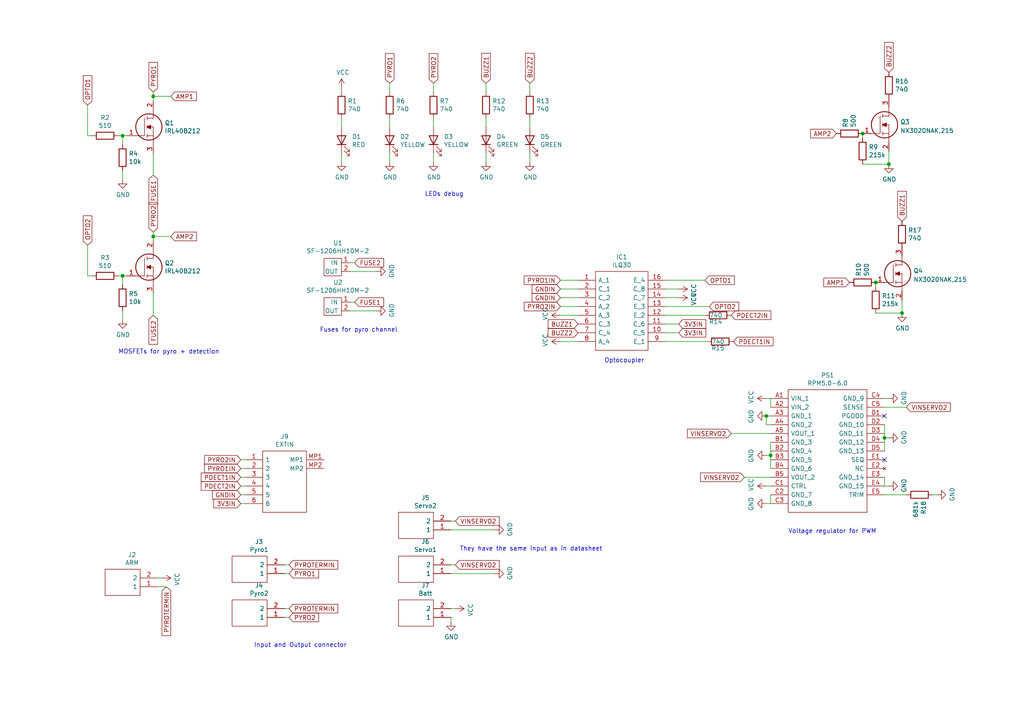
<source format=kicad_sch>
(kicad_sch (version 20211123) (generator eeschema)
  (paper "A4")
  (title_block (title "The Power Board") (date "2022-01-02") (rev "R06") (company "EPFL Rocket Team") (comment 1 "EPFL Rocket Team all rights reserved"))
  (lib_symbols
    (symbol "Device:LED" (pin_numbers hide) (pin_names (offset 1.016) hide)
      (property "Reference" "D" (at 0 2.54 0))
      (property "Value" "LED" (at 0 -2.54 0))
      (symbol "LED_0_1"
        (polyline (pts (xy -1.27 -1.27) (xy -1.27 1.27)) (stroke (width 0.254)))
        (polyline (pts (xy -1.27 0) (xy 1.27 0)))
        (polyline (pts (xy 1.27 -1.27) (xy 1.27 1.27) (xy -1.27 0) (xy 1.27 -1.27)) (stroke (width 0.254)))
        (polyline (pts (xy -3.048 -0.762) (xy -4.572 -2.286) (xy -3.81 -2.286) (xy -4.572 -2.286) (xy -4.572 -1.524)))
        (polyline (pts (xy -1.778 -0.762) (xy -3.302 -2.286) (xy -2.54 -2.286) (xy -3.302 -2.286) (xy -3.302 -1.524)))
      )
      (symbol "LED_1_1"
        (pin passive line (at -3.81 0 0) (length 2.54) (name "K") (number "1"))
        (pin passive line (at 3.81 0 180) (length 2.54) (name "A") (number "2"))
      )
    )
    (symbol "Device:R" (pin_numbers hide) (pin_names (offset 0))
      (property "Reference" "R" (at 2.032 0 90))
      (property "Value" "R" (at 0 0 90))
      (symbol "R_0_1"
        (rectangle (start -1.016 -2.54) (end 1.016 2.54) (stroke (width 0.254)))
      )
      (symbol "R_1_1"
        (pin passive line (at 0 3.81 270) (length 1.27) (name "~") (number "1"))
        (pin passive line (at 0 -3.81 90) (length 1.27) (name "~") (number "2"))
      )
    )
    (symbol "EXTENSION:505567-0671" (pin_names (offset 0.762))
      (property "Reference" "J" (at 19.05 7.62 0))
      (property "Value" "505567-0671" (at 19.05 5.08 0))
      (symbol "505567-0671_0_0"
        (pin passive line (at 0 0 0) (length 5.08) (name "1") (number "1"))
        (pin passive line (at 0 -2.54 0) (length 5.08) (name "2") (number "2"))
        (pin passive line (at 0 -5.08 0) (length 5.08) (name "3") (number "3"))
        (pin passive line (at 0 -7.62 0) (length 5.08) (name "4") (number "4"))
        (pin passive line (at 0 -10.16 0) (length 5.08) (name "5") (number "5"))
        (pin passive line (at 0 -12.7 0) (length 5.08) (name "6") (number "6"))
        (pin passive line (at 22.86 0 180) (length 5.08) (name "MP1") (number "MP1"))
        (pin passive line (at 22.86 -2.54 180) (length 5.08) (name "MP2") (number "MP2"))
      )
      (symbol "505567-0671_0_1"
        (polyline (pts (xy 5.08 2.54) (xy 17.78 2.54) (xy 17.78 -15.24) (xy 5.08 -15.24) (xy 5.08 2.54)) (stroke (width 0.1524)))
      )
    )
    (symbol "KRTEK_V2:282834-2" (pin_names (offset 0.762))
      (property "Reference" "J" (at 16.51 7.62 0))
      (property "Value" "282834-2" (at 16.51 5.08 0))
      (symbol "282834-2_0_0"
        (pin passive line (at 0 0 0) (length 5.08) (name "1") (number "1"))
        (pin passive line (at 0 -2.54 0) (length 5.08) (name "2") (number "2"))
      )
      (symbol "282834-2_0_1"
        (polyline (pts (xy 5.08 2.54) (xy 15.24 2.54) (xy 15.24 -5.08) (xy 5.08 -5.08) (xy 5.08 2.54)) (stroke (width 0.1524)))
      )
    )
    (symbol "KRTEK_V2:ILQ30" (pin_names (offset 0.762))
      (property "Reference" "IC" (at 21.59 7.62 0))
      (property "Value" "ILQ30" (at 21.59 5.08 0))
      (symbol "ILQ30_0_0"
        (pin passive line (at 0 0 0) (length 5.08) (name "A_1") (number "1"))
        (pin passive line (at 25.4 -15.24 180) (length 5.08) (name "C_5") (number "10"))
        (pin passive line (at 25.4 -12.7 180) (length 5.08) (name "C_6") (number "11"))
        (pin passive line (at 25.4 -10.16 180) (length 5.08) (name "E_2") (number "12"))
        (pin passive line (at 25.4 -7.62 180) (length 5.08) (name "E_3") (number "13"))
        (pin passive line (at 25.4 -5.08 180) (length 5.08) (name "C_7") (number "14"))
        (pin passive line (at 25.4 -2.54 180) (length 5.08) (name "C_8") (number "15"))
        (pin passive line (at 25.4 0 180) (length 5.08) (name "E_4") (number "16"))
        (pin passive line (at 0 -2.54 0) (length 5.08) (name "C_1") (number "2"))
        (pin passive line (at 0 -5.08 0) (length 5.08) (name "C_2") (number "3"))
        (pin passive line (at 0 -7.62 0) (length 5.08) (name "A_2") (number "4"))
        (pin passive line (at 0 -10.16 0) (length 5.08) (name "A_3") (number "5"))
        (pin passive line (at 0 -12.7 0) (length 5.08) (name "C_3") (number "6"))
        (pin passive line (at 0 -15.24 0) (length 5.08) (name "C_4") (number "7"))
        (pin passive line (at 0 -17.78 0) (length 5.08) (name "A_4") (number "8"))
        (pin passive line (at 25.4 -17.78 180) (length 5.08) (name "E_1") (number "9"))
      )
      (symbol "ILQ30_0_1"
        (polyline (pts (xy 5.08 2.54) (xy 20.32 2.54) (xy 20.32 -20.32) (xy 5.08 -20.32) (xy 5.08 2.54)) (stroke (width 0.1524)))
      )
    )
    (symbol "KRTEK_V2:IRL40B212" (pin_names (offset 0.762))
      (property "Reference" "Q" (at 11.43 3.81 0))
      (property "Value" "IRL40B212" (at 11.43 1.27 0))
      (symbol "IRL40B212_0_0"
        (pin passive line (at 0 0 0) (length 2.54) (name "~") (number "1"))
        (pin passive line (at 7.62 10.16 270) (length 2.54) (name "~") (number "2"))
        (pin passive line (at 7.62 -5.08 90) (length 2.54) (name "~") (number "3"))
      )
      (symbol "IRL40B212_0_1"
        (polyline (pts (xy 5.842 -0.508) (xy 5.842 0.508)) (stroke (width 0.1524)))
        (polyline (pts (xy 5.842 0) (xy 7.62 0)) (stroke (width 0.1524)))
        (polyline (pts (xy 5.842 2.032) (xy 5.842 3.048)) (stroke (width 0.1524)))
        (polyline (pts (xy 5.842 5.588) (xy 5.842 4.572)) (stroke (width 0.1524)))
        (polyline (pts (xy 7.62 2.54) (xy 5.842 2.54)) (stroke (width 0.1524)))
        (polyline (pts (xy 7.62 2.54) (xy 7.62 -2.54)) (stroke (width 0.1524)))
        (polyline (pts (xy 7.62 5.08) (xy 5.842 5.08)) (stroke (width 0.1524)))
        (polyline (pts (xy 7.62 5.08) (xy 7.62 7.62)) (stroke (width 0.1524)))
        (polyline (pts (xy 2.54 0) (xy 5.08 0) (xy 5.08 5.08)) (stroke (width 0.1524)))
        (polyline (pts (xy 5.842 2.54) (xy 6.858 3.048) (xy 6.858 2.032) (xy 5.842 2.54)) (stroke (width 0.254)) (fill (type outline)))
        (circle (center 6.35 2.54) (radius 3.81) (stroke (width 0.254)))
      )
    )
    (symbol "KRTEK_V2:RPM5.0-6.0" (pin_names (offset 0.762))
      (property "Reference" "PS" (at 29.21 7.62 0))
      (property "Value" "RPM5.0-6.0" (at 29.21 5.08 0))
      (symbol "RPM5.0-6.0_0_0"
        (pin passive line (at 0 0 0) (length 5.08) (name "VIN_1") (number "A1"))
        (pin passive line (at 0 -2.54 0) (length 5.08) (name "VIN_2") (number "A2"))
        (pin passive line (at 0 -5.08 0) (length 5.08) (name "GND_1") (number "A3"))
        (pin passive line (at 0 -7.62 0) (length 5.08) (name "GND_2") (number "A4"))
        (pin passive line (at 0 -10.16 0) (length 5.08) (name "VOUT_1") (number "A5"))
        (pin passive line (at 0 -12.7 0) (length 5.08) (name "GND_3") (number "B1"))
        (pin passive line (at 0 -15.24 0) (length 5.08) (name "GND_4") (number "B2"))
        (pin passive line (at 0 -17.78 0) (length 5.08) (name "GND_5") (number "B3"))
        (pin passive line (at 0 -20.32 0) (length 5.08) (name "GND_6") (number "B4"))
        (pin passive line (at 0 -22.86 0) (length 5.08) (name "VOUT_2") (number "B5"))
        (pin passive line (at 0 -25.4 0) (length 5.08) (name "CTRL") (number "C1"))
        (pin passive line (at 0 -27.94 0) (length 5.08) (name "GND_7") (number "C2"))
        (pin passive line (at 0 -30.48 0) (length 5.08) (name "GND_8") (number "C3"))
        (pin passive line (at 33.02 0 180) (length 5.08) (name "GND_9") (number "C4"))
        (pin passive line (at 33.02 -2.54 180) (length 5.08) (name "SENSE") (number "C5"))
        (pin passive line (at 33.02 -5.08 180) (length 5.08) (name "PGOOD") (number "D1"))
        (pin passive line (at 33.02 -7.62 180) (length 5.08) (name "GND_10") (number "D2"))
        (pin passive line (at 33.02 -10.16 180) (length 5.08) (name "GND_11") (number "D3"))
        (pin passive line (at 33.02 -12.7 180) (length 5.08) (name "GND_12") (number "D4"))
        (pin passive line (at 33.02 -15.24 180) (length 5.08) (name "GND_13") (number "D5"))
        (pin passive line (at 33.02 -17.78 180) (length 5.08) (name "SEQ") (number "E1"))
        (pin no_connect line (at 33.02 -20.32 180) (length 5.08) (name "NC") (number "E2"))
        (pin passive line (at 33.02 -22.86 180) (length 5.08) (name "GND_14") (number "E3"))
        (pin passive line (at 33.02 -25.4 180) (length 5.08) (name "GND_15") (number "E4"))
        (pin passive line (at 33.02 -27.94 180) (length 5.08) (name "TRIM") (number "E5"))
      )
      (symbol "RPM5.0-6.0_0_1"
        (polyline (pts (xy 5.08 2.54) (xy 27.94 2.54) (xy 27.94 -33.02) (xy 5.08 -33.02) (xy 5.08 2.54)) (stroke (width 0.1524)))
      )
    )
    (symbol "PLP2:NX3020NAK,215" (pin_names (offset 0.762))
      (property "Reference" "Q" (at 11.43 3.81 0))
      (property "Value" "NX3020NAK,215" (at 11.43 1.27 0))
      (symbol "NX3020NAK,215_0_0"
        (pin passive line (at 0 0 0) (length 2.54) (name "~") (number "1"))
        (pin passive line (at 7.62 -5.08 90) (length 2.54) (name "~") (number "2"))
        (pin passive line (at 7.62 10.16 270) (length 2.54) (name "~") (number "3"))
      )
      (symbol "NX3020NAK,215_0_1"
        (polyline (pts (xy 5.842 -0.508) (xy 5.842 0.508)) (stroke (width 0.1524)))
        (polyline (pts (xy 5.842 0) (xy 7.62 0)) (stroke (width 0.1524)))
        (polyline (pts (xy 5.842 2.032) (xy 5.842 3.048)) (stroke (width 0.1524)))
        (polyline (pts (xy 5.842 5.588) (xy 5.842 4.572)) (stroke (width 0.1524)))
        (polyline (pts (xy 7.62 2.54) (xy 5.842 2.54)) (stroke (width 0.1524)))
        (polyline (pts (xy 7.62 2.54) (xy 7.62 -2.54)) (stroke (width 0.1524)))
        (polyline (pts (xy 7.62 5.08) (xy 5.842 5.08)) (stroke (width 0.1524)))
        (polyline (pts (xy 7.62 5.08) (xy 7.62 7.62)) (stroke (width 0.1524)))
        (polyline (pts (xy 2.54 0) (xy 5.08 0) (xy 5.08 5.08)) (stroke (width 0.1524)))
        (polyline (pts (xy 5.842 2.54) (xy 6.858 3.048) (xy 6.858 2.032) (xy 5.842 2.54)) (stroke (width 0.254)) (fill (type outline)))
        (circle (center 6.35 2.54) (radius 3.81) (stroke (width 0.254)))
      )
    )
    (symbol "POWER_BOARD-rescue:SF-1206HH10M-2-KRTEK_V2" (pin_names (offset 1.016))
      (property "Reference" "U" (at -1.27 3.81 0))
      (property "Value" "SF-1206HH10M-2-KRTEK_V2" (at 1.27 -3.81 0))
      (symbol "SF-1206HH10M-2-KRTEK_V2_0_1"
        (rectangle (start 2.54 -2.54) (end -2.54 2.54))
      )
      (symbol "SF-1206HH10M-2-KRTEK_V2_1_1"
        (pin input line (at 5.08 1.27 180) (length 2.54) (name "IN") (number "1"))
        (pin output line (at 5.08 -1.27 180) (length 2.54) (name "OUT") (number "2"))
      )
    )
    (symbol "power:GND" (power) (pin_names (offset 0))
      (property "Value" "GND" (at 0 -3.81 0))
      (symbol "GND_0_1"
        (polyline (pts (xy 0 0) (xy 0 -1.27) (xy 1.27 -1.27) (xy 0 -2.54) (xy -1.27 -1.27) (xy 0 -1.27)))
      )
      (symbol "GND_1_1"
        (pin power_in line (at 0 0 270) (length 0) hide (name "GND") (number "1"))
      )
    )
    (symbol "power:VCC" (power) (pin_names (offset 0))
      (property "Value" "VCC" (at 0 3.81 0))
      (symbol "VCC_0_1"
        (polyline (pts (xy -0.762 1.27) (xy 0 2.54)))
        (polyline (pts (xy 0 0) (xy 0 2.54)))
        (polyline (pts (xy 0 2.54) (xy 0.762 1.27)))
      )
      (symbol "VCC_1_1"
        (pin power_in line (at 0 0 90) (length 0) hide (name "VCC") (number "1"))
      )
    )
  )
  (junction (at 257.81 47.625))
  (junction (at 222.25 120.65))
  (junction (at 223.52 132.08))
  (junction (at 35.56 39.37))
  (junction (at 44.45 68.58))
  (junction (at 254 81.915))
  (junction (at 35.56 80.01))
  (junction (at 256.54 127))
  (junction (at 261.62 90.805))
  (junction (at 250.19 38.735))
  (junction (at 44.45 27.94))
  (no_connect (at 256.54 133.35))
  (no_connect (at 256.54 120.65))
  (wire (pts (xy 162.56 83.82) (xy 167.64 83.82)))
  (wire (pts (xy 44.45 67.31) (xy 44.45 68.58)))
  (wire (pts (xy 69.85 140.97) (xy 71.12 140.97)))
  (wire (pts (xy 140.97 44.45) (xy 140.97 46.99)))
  (wire (pts (xy 254 81.915) (xy 254 83.185)))
  (wire (pts (xy 223.52 140.97) (xy 222.25 140.97)))
  (wire (pts (xy 35.56 80.01) (xy 36.83 80.01)))
  (wire (pts (xy 44.45 27.94) (xy 44.45 29.21)))
  (wire (pts (xy 205.74 88.9) (xy 193.04 88.9)))
  (wire (pts (xy 153.67 34.29) (xy 153.67 36.83)))
  (wire (pts (xy 250.19 38.735) (xy 250.19 40.005)))
  (wire (pts (xy 254 90.805) (xy 261.62 90.805)))
  (wire (pts (xy 125.73 44.45) (xy 125.73 46.99)))
  (wire (pts (xy 130.81 166.37) (xy 143.51 166.37)))
  (wire (pts (xy 45.72 167.64) (xy 46.99 167.64)))
  (wire (pts (xy 223.52 132.08) (xy 222.25 132.08)))
  (wire (pts (xy 113.03 44.45) (xy 113.03 46.99)))
  (wire (pts (xy 49.53 27.94) (xy 44.45 27.94)))
  (wire (pts (xy 153.67 44.45) (xy 153.67 46.99)))
  (wire (pts (xy 153.67 24.13) (xy 153.67 26.67)))
  (wire (pts (xy 99.06 44.45) (xy 99.06 46.99)))
  (wire (pts (xy 125.73 34.29) (xy 125.73 36.83)))
  (wire (pts (xy 49.53 68.58) (xy 44.45 68.58)))
  (wire (pts (xy 109.22 78.74) (xy 101.6 78.74)))
  (wire (pts (xy 83.82 163.83) (xy 82.55 163.83)))
  (wire (pts (xy 162.56 91.44) (xy 167.64 91.44)))
  (wire (pts (xy 83.82 179.07) (xy 82.55 179.07)))
  (wire (pts (xy 257.81 140.97) (xy 256.54 140.97)))
  (wire (pts (xy 69.85 135.89) (xy 71.12 135.89)))
  (wire (pts (xy 48.26 170.18) (xy 45.72 170.18)))
  (wire (pts (xy 125.73 24.13) (xy 125.73 26.67)))
  (wire (pts (xy 25.4 39.37) (xy 26.67 39.37)))
  (wire (pts (xy 99.06 34.29) (xy 99.06 36.83)))
  (wire (pts (xy 222.25 123.19) (xy 222.25 120.65)))
  (wire (pts (xy 44.45 26.67) (xy 44.45 27.94)))
  (wire (pts (xy 222.25 115.57) (xy 223.52 115.57)))
  (wire (pts (xy 270.51 143.51) (xy 271.78 143.51)))
  (wire (pts (xy 223.52 123.19) (xy 222.25 123.19)))
  (wire (pts (xy 193.04 99.06) (xy 205.105 99.06)))
  (wire (pts (xy 223.52 120.65) (xy 222.25 120.65)))
  (wire (pts (xy 109.22 90.17) (xy 101.6 90.17)))
  (wire (pts (xy 257.81 115.57) (xy 256.54 115.57)))
  (wire (pts (xy 140.97 34.29) (xy 140.97 36.83)))
  (wire (pts (xy 102.87 76.2) (xy 101.6 76.2)))
  (wire (pts (xy 162.56 86.36) (xy 167.64 86.36)))
  (wire (pts (xy 162.56 99.06) (xy 167.64 99.06)))
  (wire (pts (xy 250.19 47.625) (xy 257.81 47.625)))
  (wire (pts (xy 193.04 91.44) (xy 204.47 91.44)))
  (wire (pts (xy 162.56 81.28) (xy 167.64 81.28)))
  (wire (pts (xy 262.89 118.11) (xy 256.54 118.11)))
  (wire (pts (xy 215.9 138.43) (xy 223.52 138.43)))
  (wire (pts (xy 257.81 43.815) (xy 257.81 47.625)))
  (wire (pts (xy 196.85 96.52) (xy 193.04 96.52)))
  (wire (pts (xy 35.56 92.71) (xy 35.56 90.17)))
  (wire (pts (xy 223.52 146.05) (xy 223.52 143.51)))
  (wire (pts (xy 83.82 166.37) (xy 82.55 166.37)))
  (wire (pts (xy 25.4 80.01) (xy 26.67 80.01)))
  (wire (pts (xy 34.29 80.01) (xy 35.56 80.01)))
  (wire (pts (xy 113.03 34.29) (xy 113.03 36.83)))
  (wire (pts (xy 69.85 133.35) (xy 71.12 133.35)))
  (wire (pts (xy 212.09 125.73) (xy 223.52 125.73)))
  (wire (pts (xy 256.54 127) (xy 257.81 127)))
  (wire (pts (xy 193.04 83.82) (xy 196.85 83.82)))
  (wire (pts (xy 140.97 24.13) (xy 140.97 26.67)))
  (wire (pts (xy 193.04 86.36) (xy 196.85 86.36)))
  (wire (pts (xy 44.45 85.09) (xy 44.45 91.44)))
  (wire (pts (xy 130.81 151.13) (xy 132.08 151.13)))
  (wire (pts (xy 35.56 49.53) (xy 35.56 52.07)))
  (wire (pts (xy 256.54 140.97) (xy 256.54 138.43)))
  (wire (pts (xy 99.06 25.4) (xy 99.06 26.67)))
  (wire (pts (xy 25.4 71.12) (xy 25.4 80.01)))
  (wire (pts (xy 113.03 24.13) (xy 113.03 26.67)))
  (wire (pts (xy 35.56 82.55) (xy 35.56 80.01)))
  (wire (pts (xy 44.45 44.45) (xy 44.45 50.8)))
  (wire (pts (xy 162.56 88.9) (xy 167.64 88.9)))
  (wire (pts (xy 222.25 146.05) (xy 223.52 146.05)))
  (wire (pts (xy 44.45 68.58) (xy 44.45 69.85)))
  (wire (pts (xy 130.81 163.83) (xy 132.08 163.83)))
  (wire (pts (xy 204.47 81.28) (xy 193.04 81.28)))
  (wire (pts (xy 130.81 153.67) (xy 143.51 153.67)))
  (wire (pts (xy 256.54 143.51) (xy 262.89 143.51)))
  (wire (pts (xy 223.52 132.08) (xy 223.52 135.89)))
  (wire (pts (xy 261.62 86.995) (xy 261.62 90.805)))
  (wire (pts (xy 102.87 87.63) (xy 101.6 87.63)))
  (wire (pts (xy 130.81 179.07) (xy 130.81 180.34)))
  (wire (pts (xy 256.54 127) (xy 256.54 130.81)))
  (wire (pts (xy 34.29 39.37) (xy 35.56 39.37)))
  (wire (pts (xy 132.08 176.53) (xy 130.81 176.53)))
  (wire (pts (xy 69.85 138.43) (xy 71.12 138.43)))
  (wire (pts (xy 223.52 118.11) (xy 223.52 115.57)))
  (wire (pts (xy 69.85 146.05) (xy 71.12 146.05)))
  (wire (pts (xy 35.56 41.91) (xy 35.56 39.37)))
  (wire (pts (xy 83.82 176.53) (xy 82.55 176.53)))
  (wire (pts (xy 256.54 123.19) (xy 256.54 127)))
  (wire (pts (xy 35.56 39.37) (xy 36.83 39.37)))
  (wire (pts (xy 223.52 128.27) (xy 223.52 132.08)))
  (wire (pts (xy 25.4 30.48) (xy 25.4 39.37)))
  (wire (pts (xy 196.85 93.98) (xy 193.04 93.98)))
  (wire (pts (xy 69.85 143.51) (xy 71.12 143.51)))
  (text "MOSFETs for pyro + detection" (at 34.29 102.87 0) (effects (font (size 1.27 1.27)) (justify left bottom)))
  (text "Input and Output connector" (at 73.66 187.96 0) (effects (font (size 1.27 1.27)) (justify left bottom)))
  (text "LEDs debug" (at 123.19 57.15 0) (effects (font (size 1.27 1.27)) (justify left bottom)))
  (text "Fuses for pyro channel" (at 92.71 96.52 0) (effects (font (size 1.27 1.27)) (justify left bottom)))
  (text "Optocoupler" (at 175.26 105.41 0) (effects (font (size 1.27 1.27)) (justify left bottom)))
  (text "Voltage regulator for PWM" (at 228.6 154.94 0) (effects (font (size 1.27 1.27)) (justify left bottom)))
  (text "They have the same input as in datasheet\n" (at 133.35 160.02 0) (effects (font (size 1.27 1.27)) (justify left bottom)))
  (global_label "VINSERVO2" (shape input) (at 132.08 151.13 0) (property "Intersheet References" "${INTERSHEET_REFS}" (effects hide)))
  (global_label "PYRO1IN" (shape input) (at 162.56 81.28 180) (property "Intersheet References" "${INTERSHEET_REFS}" (effects hide)))
  (global_label "PDECT2IN" (shape input) (at 212.09 91.44 0) (property "Intersheet References" "${INTERSHEET_REFS}" (effects hide)))
  (global_label "AMP1" (shape input) (at 246.38 81.915 180) (property "Intersheet References" "${INTERSHEET_REFS}" (effects hide)))
  (global_label "PYROTERMIN" (shape input) (at 48.26 170.18 270) (property "Intersheet References" "${INTERSHEET_REFS}" (effects hide)))
  (global_label "GNDIN" (shape input) (at 162.56 83.82 180) (property "Intersheet References" "${INTERSHEET_REFS}" (effects hide)))
  (global_label "AMP2" (shape input) (at 49.53 68.58 0) (property "Intersheet References" "${INTERSHEET_REFS}" (effects hide)))
  (global_label "PYROTERMIN" (shape input) (at 83.82 176.53 0) (property "Intersheet References" "${INTERSHEET_REFS}" (effects hide)))
  (global_label "FUSE1" (shape input) (at 102.87 87.63 0) (property "Intersheet References" "${INTERSHEET_REFS}" (effects hide)))
  (global_label "FUSE2" (shape input) (at 102.87 76.2 0) (property "Intersheet References" "${INTERSHEET_REFS}" (effects hide)))
  (global_label "PYROTERMIN" (shape input) (at 83.82 163.83 0) (property "Intersheet References" "${INTERSHEET_REFS}" (effects hide)))
  (global_label "OPTO2" (shape input) (at 205.74 88.9 0) (property "Intersheet References" "${INTERSHEET_REFS}" (effects hide)))
  (global_label "3V3IN" (shape input) (at 69.85 146.05 180) (property "Intersheet References" "${INTERSHEET_REFS}" (effects hide)))
  (global_label "PYRO1IN" (shape input) (at 69.85 135.89 180) (property "Intersheet References" "${INTERSHEET_REFS}" (effects hide)))
  (global_label "PYRO1" (shape input) (at 113.03 24.13 90) (property "Intersheet References" "${INTERSHEET_REFS}" (effects hide)))
  (global_label "BUZZ1" (shape input) (at 261.62 64.135 90) (property "Intersheet References" "${INTERSHEET_REFS}" (effects hide)))
  (global_label "PYRO2" (shape input) (at 44.45 67.31 90) (property "Intersheet References" "${INTERSHEET_REFS}" (effects hide)))
  (global_label "PYRO1" (shape input) (at 44.45 26.67 90) (property "Intersheet References" "${INTERSHEET_REFS}" (effects hide)))
  (global_label "VINSERVO2" (shape input) (at 212.09 125.73 180) (property "Intersheet References" "${INTERSHEET_REFS}" (effects hide)))
  (global_label "PDECT2IN" (shape input) (at 69.85 140.97 180) (property "Intersheet References" "${INTERSHEET_REFS}" (effects hide)))
  (global_label "BUZZ2" (shape input) (at 257.81 20.955 90) (property "Intersheet References" "${INTERSHEET_REFS}" (effects hide)))
  (global_label "VINSERVO2" (shape input) (at 262.89 118.11 0) (property "Intersheet References" "${INTERSHEET_REFS}" (effects hide)))
  (global_label "PYRO2" (shape input) (at 125.73 24.13 90) (property "Intersheet References" "${INTERSHEET_REFS}" (effects hide)))
  (global_label "PYRO2" (shape input) (at 83.82 179.07 0) (property "Intersheet References" "${INTERSHEET_REFS}" (effects hide)))
  (global_label "3V3IN" (shape input) (at 196.85 93.98 0) (property "Intersheet References" "${INTERSHEET_REFS}" (effects hide)))
  (global_label "PYRO2IN" (shape input) (at 162.56 88.9 180) (property "Intersheet References" "${INTERSHEET_REFS}" (effects hide)))
  (global_label "OPTO1" (shape input) (at 204.47 81.28 0) (property "Intersheet References" "${INTERSHEET_REFS}" (effects hide)))
  (global_label "VINSERVO2" (shape input) (at 132.08 163.83 0) (property "Intersheet References" "${INTERSHEET_REFS}" (effects hide)))
  (global_label "OPTO2" (shape input) (at 25.4 71.12 90) (property "Intersheet References" "${INTERSHEET_REFS}" (effects hide)))
  (global_label "PYRO1" (shape input) (at 83.82 166.37 0) (property "Intersheet References" "${INTERSHEET_REFS}" (effects hide)))
  (global_label "PYRO2IN" (shape input) (at 69.85 133.35 180) (property "Intersheet References" "${INTERSHEET_REFS}" (effects hide)))
  (global_label "3V3IN" (shape input) (at 196.85 96.52 0) (property "Intersheet References" "${INTERSHEET_REFS}" (effects hide)))
  (global_label "BUZZ2" (shape input) (at 153.67 24.13 90) (property "Intersheet References" "${INTERSHEET_REFS}" (effects hide)))
  (global_label "FUSE1" (shape input) (at 44.45 50.8 270) (property "Intersheet References" "${INTERSHEET_REFS}" (effects hide)))
  (global_label "BUZZ1" (shape input) (at 167.64 93.98 180) (property "Intersheet References" "${INTERSHEET_REFS}" (effects hide)))
  (global_label "GNDIN" (shape input) (at 162.56 86.36 180) (property "Intersheet References" "${INTERSHEET_REFS}" (effects hide)))
  (global_label "PDECT1IN" (shape input) (at 212.725 99.06 0) (property "Intersheet References" "${INTERSHEET_REFS}" (effects hide)))
  (global_label "GNDIN" (shape input) (at 69.85 143.51 180) (property "Intersheet References" "${INTERSHEET_REFS}" (effects hide)))
  (global_label "OPTO1" (shape input) (at 25.4 30.48 90) (property "Intersheet References" "${INTERSHEET_REFS}" (effects hide)))
  (global_label "AMP2" (shape input) (at 242.57 38.735 180) (property "Intersheet References" "${INTERSHEET_REFS}" (effects hide)))
  (global_label "BUZZ2" (shape input) (at 167.64 96.52 180) (property "Intersheet References" "${INTERSHEET_REFS}" (effects hide)))
  (global_label "FUSE2" (shape input) (at 44.45 91.44 270) (property "Intersheet References" "${INTERSHEET_REFS}" (effects hide)))
  (global_label "VINSERVO2" (shape input) (at 215.9 138.43 180) (property "Intersheet References" "${INTERSHEET_REFS}" (effects hide)))
  (global_label "AMP1" (shape input) (at 49.53 27.94 0) (property "Intersheet References" "${INTERSHEET_REFS}" (effects hide)))
  (global_label "BUZZ1" (shape input) (at 140.97 24.13 90) (property "Intersheet References" "${INTERSHEET_REFS}" (effects hide)))
  (global_label "PDECT1IN" (shape input) (at 69.85 138.43 180) (property "Intersheet References" "${INTERSHEET_REFS}" (effects hide)))
  (symbol (lib_id "Device:R") (at 30.48 39.37 270) (unit 1)
    (property "Reference" "R2" (at 30.48 34.1122 90))
    (property "Value" "510" (at 30.48 36.4236 90))
    (property "Footprint" "Resistor_SMD:R_0603_1608Metric" (effects hide))
  )
  (symbol (lib_id "Device:R") (at 35.56 45.72 180) (unit 1)
    (property "Reference" "R4" (at 37.338 44.5516 0) (effects (justify right)))
    (property "Value" "10k" (at 37.338 46.863 0) (effects (justify right)))
    (property "Footprint" "Resistor_SMD:R_0603_1608Metric" (effects hide))
  )
  (symbol (lib_id "Device:R") (at 99.06 30.48 180) (unit 1)
    (property "Reference" "R1" (at 100.838 29.3116 0) (effects (justify right)))
    (property "Value" "740" (at 100.838 31.623 0) (effects (justify right)))
    (property "Footprint" "Resistor_SMD:R_0603_1608Metric" (effects hide))
  )
  (symbol (lib_id "Device:R") (at 113.03 30.48 180) (unit 1)
    (property "Reference" "R6" (at 114.808 29.3116 0) (effects (justify right)))
    (property "Value" "740" (at 114.808 31.623 0) (effects (justify right)))
    (property "Footprint" "Resistor_SMD:R_0603_1608Metric" (effects hide))
  )
  (symbol (lib_id "Device:R") (at 140.97 30.48 180) (unit 1)
    (property "Reference" "R12" (at 142.748 29.3116 0) (effects (justify right)))
    (property "Value" "740" (at 142.748 31.623 0) (effects (justify right)))
    (property "Footprint" "Resistor_SMD:R_0603_1608Metric" (effects hide))
  )
  (symbol (lib_id "Device:LED") (at 99.06 40.64 90) (unit 1)
    (property "Reference" "D1" (at 102.0572 39.6494 90) (effects (justify right)))
    (property "Value" "RED" (at 102.0572 41.9608 90) (effects (justify right)))
    (property "Footprint" "KRTEK_V2:LED_2-SMD_No_Lead_1.7x0.8mm" (effects hide))
  )
  (symbol (lib_id "power:VCC") (at 99.06 25.4 0) (unit 1)
    (property "Reference" "#PWR02" (effects hide))
    (property "Value" "VCC" (at 99.441 21.0058 0))
  )
  (symbol (lib_id "power:GND") (at 99.06 46.99 0) (unit 1)
    (property "Reference" "#PWR03" (effects hide))
    (property "Value" "GND" (at 99.187 51.3842 0))
  )
  (symbol (lib_id "Device:LED") (at 113.03 40.64 90) (unit 1)
    (property "Reference" "D2" (at 116.0272 39.6494 90) (effects (justify right)))
    (property "Value" "YELLOW" (at 116.0272 41.9608 90) (effects (justify right)))
    (property "Footprint" "KRTEK_V2:LED_2-SMD_No_Lead_1.7x0.8mm" (effects hide))
  )
  (symbol (lib_id "power:GND") (at 113.03 46.99 0) (unit 1)
    (property "Reference" "#PWR06" (effects hide))
    (property "Value" "GND" (at 113.157 51.3842 0))
  )
  (symbol (lib_id "Device:R") (at 125.73 30.48 180) (unit 1)
    (property "Reference" "R7" (at 127.508 29.3116 0) (effects (justify right)))
    (property "Value" "740" (at 127.508 31.623 0) (effects (justify right)))
    (property "Footprint" "Resistor_SMD:R_0603_1608Metric" (effects hide))
  )
  (symbol (lib_id "Device:LED") (at 125.73 40.64 90) (unit 1)
    (property "Reference" "D3" (at 128.7272 39.6494 90) (effects (justify right)))
    (property "Value" "YELLOW" (at 128.7272 41.9608 90) (effects (justify right)))
    (property "Footprint" "KRTEK_V2:LED_2-SMD_No_Lead_1.7x0.8mm" (effects hide))
  )
  (symbol (lib_id "power:GND") (at 125.73 46.99 0) (unit 1)
    (property "Reference" "#PWR07" (effects hide))
    (property "Value" "GND" (at 125.857 51.3842 0))
  )
  (symbol (lib_id "Device:LED") (at 140.97 40.64 90) (unit 1)
    (property "Reference" "D4" (at 143.9672 39.6494 90) (effects (justify right)))
    (property "Value" "GREEN" (at 143.9672 41.9608 90) (effects (justify right)))
    (property "Footprint" "KRTEK_V2:LED_2-SMD_No_Lead_1.7x0.8mm" (effects hide))
  )
  (symbol (lib_id "power:GND") (at 140.97 46.99 0) (unit 1)
    (property "Reference" "#PWR010" (effects hide))
    (property "Value" "GND" (at 141.097 51.3842 0))
  )
  (symbol (lib_id "Device:R") (at 153.67 30.48 180) (unit 1)
    (property "Reference" "R13" (at 155.448 29.3116 0) (effects (justify right)))
    (property "Value" "740" (at 155.448 31.623 0) (effects (justify right)))
    (property "Footprint" "Resistor_SMD:R_0603_1608Metric" (effects hide))
  )
  (symbol (lib_id "Device:LED") (at 153.67 40.64 90) (unit 1)
    (property "Reference" "D5" (at 156.6672 39.6494 90) (effects (justify right)))
    (property "Value" "GREEN" (at 156.6672 41.9608 90) (effects (justify right)))
    (property "Footprint" "KRTEK_V2:LED_2-SMD_No_Lead_1.7x0.8mm" (effects hide))
  )
  (symbol (lib_id "power:GND") (at 153.67 46.99 0) (unit 1)
    (property "Reference" "#PWR011" (effects hide))
    (property "Value" "GND" (at 153.797 51.3842 0))
  )
  (symbol (lib_id "KRTEK_V2:ILQ30") (at 167.64 81.28 0) (unit 1)
    (property "Reference" "IC1" (at 180.34 74.549 0))
    (property "Value" "ILQ30" (at 180.34 76.8604 0))
    (property "Footprint" "KRTEK_V2:DIP762W60P254L2030H430Q16N" (effects hide))
    (property "Datasheet" "http://www.vishay.com/docs/83621/ild55.pdf" (effects hide))
    (property "Description" "Vishay ILQ30 Optocoupler" (effects hide))
    (property "Height" "4.3" (effects hide))
    (property "Mouser Part Number" "782-ILQ30" (effects hide))
    (property "Mouser Price/Stock" "https://www.mouser.co.uk/ProductDetail/Vishay-Semiconductors/ILQ30?qs=xCMk%252BIHWTZN5%2FBPVf3MDbQ%3D%3D" (effects hide))
    (property "Manufacturer_Name" "Vishay" (effects hide))
    (property "Manufacturer_Part_Number" "ILQ30" (effects hide))
  )
  (symbol (lib_id "KRTEK_V2:IRL40B212") (at 36.83 39.37 0) (unit 1)
    (property "Reference" "Q1" (at 47.752 35.6616 0) (effects (justify left)))
    (property "Value" "IRL40B212" (at 47.752 37.973 0) (effects (justify left)))
    (property "Footprint" "KRTEK_V2:TO254P483X1016X1994-3P" (effects hide))
    (property "Datasheet" "https://www.infineon.com/dgdl/Infineon-IRL40S212-DS-v01_00-EN.pdf?fileId=5546d46258fc0bc10158fed0ddc3062d" (effects hide))
    (property "Description" "MOSFET 40V, 195A, 1.9 mOhm 91 nC Qg, Logic Lvl" (effects hide))
    (property "Height" "4.83" (effects hide))
    (property "Mouser Part Number" "942-IRL40B212" (effects hide))
    (property "Mouser Price/Stock" "https://www.mouser.co.uk/ProductDetail/Infineon-IR/IRL40B212?qs=Spy%2F4WkLrxWSZeTg%2Flcqjw%3D%3D" (effects hide))
    (property "Manufacturer_Name" "Infineon" (effects hide))
    (property "Manufacturer_Part_Number" "IRL40B212" (effects hide))
  )
  (symbol (lib_id "KRTEK_V2:IRL40B212") (at 36.83 80.01 0) (unit 1)
    (property "Reference" "Q2" (at 47.752 76.3016 0) (effects (justify left)))
    (property "Value" "IRL40B212" (at 47.752 78.613 0) (effects (justify left)))
    (property "Footprint" "KRTEK_V2:TO254P483X1016X1994-3P" (effects hide))
    (property "Datasheet" "https://www.infineon.com/dgdl/Infineon-IRL40S212-DS-v01_00-EN.pdf?fileId=5546d46258fc0bc10158fed0ddc3062d" (effects hide))
    (property "Description" "MOSFET 40V, 195A, 1.9 mOhm 91 nC Qg, Logic Lvl" (effects hide))
    (property "Height" "4.83" (effects hide))
    (property "Mouser Part Number" "942-IRL40B212" (effects hide))
    (property "Mouser Price/Stock" "https://www.mouser.co.uk/ProductDetail/Infineon-IR/IRL40B212?qs=Spy%2F4WkLrxWSZeTg%2Flcqjw%3D%3D" (effects hide))
    (property "Manufacturer_Name" "Infineon" (effects hide))
    (property "Manufacturer_Part_Number" "IRL40B212" (effects hide))
  )
  (symbol (lib_id "power:VCC") (at 196.85 83.82 270) (unit 1)
    (property "Reference" "#PWR032" (effects hide))
    (property "Value" "VCC" (at 201.2442 84.201 0))
  )
  (symbol (lib_id "power:VCC") (at 196.85 86.36 270) (unit 1)
    (property "Reference" "#PWR033" (effects hide))
    (property "Value" "VCC" (at 201.2442 86.741 0))
  )
  (symbol (lib_id "Device:R") (at 30.48 80.01 270) (unit 1)
    (property "Reference" "R3" (at 30.48 74.7522 90))
    (property "Value" "510" (at 30.48 77.0636 90))
    (property "Footprint" "Resistor_SMD:R_0603_1608Metric" (effects hide))
  )
  (symbol (lib_id "Device:R") (at 35.56 86.36 180) (unit 1)
    (property "Reference" "R5" (at 37.338 85.1916 0) (effects (justify right)))
    (property "Value" "10k" (at 37.338 87.503 0) (effects (justify right)))
    (property "Footprint" "Resistor_SMD:R_0603_1608Metric" (effects hide))
  )
  (symbol (lib_id "power:GND") (at 35.56 92.71 0) (unit 1)
    (property "Reference" "#PWR05" (effects hide))
    (property "Value" "GND" (at 35.687 97.1042 0))
  )
  (symbol (lib_id "KRTEK_V2:282834-2") (at 45.72 170.18 180) (unit 1)
    (property "Reference" "J2" (at 38.3032 160.909 0))
    (property "Value" "ARM" (at 38.3032 163.2204 0))
    (property "Footprint" "KRTEK_V2:282834-2_1" (effects hide))
    (property "Datasheet" "https://www.te.com/commerce/DocumentDelivery/DDEController?Action=srchrtrv&DocNm=1-1773458-1_EURO_STYLE_QRG&DocType=Data+Sheet&DocLang=English&PartCntxt=282834-2&DocFormat=pdf" (effects hide))
    (property "Description" "TE Connectivity, Buchanan 2.54mm Pitch, 2 Way PCB Terminal Strip" (effects hide))
    (property "Mouser Part Number" "571-282834-2" (effects hide))
    (property "Mouser Price/Stock" "https://www.mouser.co.uk/ProductDetail/TE-Connectivity/282834-2?qs=A%252Bip%252BNCYi6N8cVKuk8xDog%3D%3D" (effects hide))
    (property "Manufacturer_Name" "TE Connectivity" (effects hide))
    (property "Manufacturer_Part_Number" "282834-2" (effects hide))
  )
  (symbol (lib_id "KRTEK_V2:282834-2") (at 82.55 166.37 180) (unit 1)
    (property "Reference" "J3" (at 75.1332 157.099 0))
    (property "Value" "Pyro1" (at 75.1332 159.4104 0))
    (property "Footprint" "KRTEK_V2:282834-2_1" (effects hide))
    (property "Datasheet" "https://www.te.com/commerce/DocumentDelivery/DDEController?Action=srchrtrv&DocNm=1-1773458-1_EURO_STYLE_QRG&DocType=Data+Sheet&DocLang=English&PartCntxt=282834-2&DocFormat=pdf" (effects hide))
    (property "Description" "TE Connectivity, Buchanan 2.54mm Pitch, 2 Way PCB Terminal Strip" (effects hide))
    (property "Mouser Part Number" "571-282834-2" (effects hide))
    (property "Mouser Price/Stock" "https://www.mouser.co.uk/ProductDetail/TE-Connectivity/282834-2?qs=A%252Bip%252BNCYi6N8cVKuk8xDog%3D%3D" (effects hide))
    (property "Manufacturer_Name" "TE Connectivity" (effects hide))
    (property "Manufacturer_Part_Number" "282834-2" (effects hide))
  )
  (symbol (lib_id "KRTEK_V2:282834-2") (at 82.55 179.07 180) (unit 1)
    (property "Reference" "J4" (at 75.1332 169.799 0))
    (property "Value" "Pyro2" (at 75.1332 172.1104 0))
    (property "Footprint" "KRTEK_V2:282834-2_1" (effects hide))
    (property "Datasheet" "https://www.te.com/commerce/DocumentDelivery/DDEController?Action=srchrtrv&DocNm=1-1773458-1_EURO_STYLE_QRG&DocType=Data+Sheet&DocLang=English&PartCntxt=282834-2&DocFormat=pdf" (effects hide))
    (property "Description" "TE Connectivity, Buchanan 2.54mm Pitch, 2 Way PCB Terminal Strip" (effects hide))
    (property "Mouser Part Number" "571-282834-2" (effects hide))
    (property "Mouser Price/Stock" "https://www.mouser.co.uk/ProductDetail/TE-Connectivity/282834-2?qs=A%252Bip%252BNCYi6N8cVKuk8xDog%3D%3D" (effects hide))
    (property "Manufacturer_Name" "TE Connectivity" (effects hide))
    (property "Manufacturer_Part_Number" "282834-2" (effects hide))
  )
  (symbol (lib_id "KRTEK_V2:282834-2") (at 130.81 153.67 180) (unit 1)
    (property "Reference" "J5" (at 123.3932 144.399 0))
    (property "Value" "Servo2" (at 123.3932 146.7104 0))
    (property "Footprint" "KRTEK_V2:282834-2_1" (effects hide))
    (property "Datasheet" "https://www.te.com/commerce/DocumentDelivery/DDEController?Action=srchrtrv&DocNm=1-1773458-1_EURO_STYLE_QRG&DocType=Data+Sheet&DocLang=English&PartCntxt=282834-2&DocFormat=pdf" (effects hide))
    (property "Description" "TE Connectivity, Buchanan 2.54mm Pitch, 2 Way PCB Terminal Strip" (effects hide))
    (property "Mouser Part Number" "571-282834-2" (effects hide))
    (property "Mouser Price/Stock" "https://www.mouser.co.uk/ProductDetail/TE-Connectivity/282834-2?qs=A%252Bip%252BNCYi6N8cVKuk8xDog%3D%3D" (effects hide))
    (property "Manufacturer_Name" "TE Connectivity" (effects hide))
    (property "Manufacturer_Part_Number" "282834-2" (effects hide))
  )
  (symbol (lib_id "KRTEK_V2:282834-2") (at 130.81 166.37 180) (unit 1)
    (property "Reference" "J6" (at 123.3932 157.099 0))
    (property "Value" "Servo1" (at 123.3932 159.4104 0))
    (property "Footprint" "KRTEK_V2:282834-2_1" (effects hide))
    (property "Datasheet" "https://www.te.com/commerce/DocumentDelivery/DDEController?Action=srchrtrv&DocNm=1-1773458-1_EURO_STYLE_QRG&DocType=Data+Sheet&DocLang=English&PartCntxt=282834-2&DocFormat=pdf" (effects hide))
    (property "Description" "TE Connectivity, Buchanan 2.54mm Pitch, 2 Way PCB Terminal Strip" (effects hide))
    (property "Mouser Part Number" "571-282834-2" (effects hide))
    (property "Mouser Price/Stock" "https://www.mouser.co.uk/ProductDetail/TE-Connectivity/282834-2?qs=A%252Bip%252BNCYi6N8cVKuk8xDog%3D%3D" (effects hide))
    (property "Manufacturer_Name" "TE Connectivity" (effects hide))
    (property "Manufacturer_Part_Number" "282834-2" (effects hide))
  )
  (symbol (lib_id "KRTEK_V2:282834-2") (at 130.81 179.07 180) (unit 1)
    (property "Reference" "J7" (at 123.3932 169.799 0))
    (property "Value" "Batt" (at 123.3932 172.1104 0))
    (property "Footprint" "KRTEK_V2:282834-2_1" (effects hide))
    (property "Datasheet" "https://www.te.com/commerce/DocumentDelivery/DDEController?Action=srchrtrv&DocNm=1-1773458-1_EURO_STYLE_QRG&DocType=Data+Sheet&DocLang=English&PartCntxt=282834-2&DocFormat=pdf" (effects hide))
    (property "Description" "TE Connectivity, Buchanan 2.54mm Pitch, 2 Way PCB Terminal Strip" (effects hide))
    (property "Mouser Part Number" "571-282834-2" (effects hide))
    (property "Mouser Price/Stock" "https://www.mouser.co.uk/ProductDetail/TE-Connectivity/282834-2?qs=A%252Bip%252BNCYi6N8cVKuk8xDog%3D%3D" (effects hide))
    (property "Manufacturer_Name" "TE Connectivity" (effects hide))
    (property "Manufacturer_Part_Number" "282834-2" (effects hide))
  )
  (symbol (lib_id "power:VCC") (at 46.99 167.64 270) (unit 1)
    (property "Reference" "#PWR01" (effects hide))
    (property "Value" "VCC" (at 51.3842 168.021 0))
  )
  (symbol (lib_id "power:VCC") (at 132.08 176.53 270) (unit 1)
    (property "Reference" "#PWR016" (effects hide))
    (property "Value" "VCC" (at 136.4742 176.911 0))
  )
  (symbol (lib_id "power:GND") (at 130.81 180.34 0) (unit 1)
    (property "Reference" "#PWR017" (effects hide))
    (property "Value" "GND" (at 130.937 184.7342 0))
  )
  (symbol (lib_id "KRTEK_V2:RPM5.0-6.0") (at 223.52 115.57 0) (unit 1)
    (property "Reference" "PS1" (at 240.03 108.839 0))
    (property "Value" "RPM5.0-6.0" (at 240.03 111.1504 0))
    (property "Footprint" "KRTEK_V2:RPM5060" (effects hide))
    (property "Datasheet" "https://componentsearchengine.com/Datasheets/2/RPM5.0-6.0.pdf" (effects hide))
    (property "Description" "RECOM POWER - RPM5.0-6.0 - Non Isolated POL DC/DC Converter, ITE, 1 Output, 30 W, 5 V, 6 A, Fixed, Adjustable" (effects hide))
    (property "Height" "4" (effects hide))
    (property "Mouser Part Number" "919-RPM5.0-6.0" (effects hide))
    (property "Mouser Price/Stock" "https://www.mouser.co.uk/ProductDetail/RECOM-Power/RPM50-60?qs=qSfuJ%252Bfl%2Fd6RhQVkKT5WeQ%3D%3D" (effects hide))
    (property "Manufacturer_Name" "RECOM Power" (effects hide))
    (property "Manufacturer_Part_Number" "RPM5.0-6.0" (effects hide))
  )
  (symbol (lib_id "power:GND") (at 222.25 120.65 270) (unit 1)
    (property "Reference" "#PWR020" (effects hide))
    (property "Value" "GND" (at 217.8558 120.777 0))
  )
  (symbol (lib_id "power:GND") (at 222.25 132.08 270) (unit 1)
    (property "Reference" "#PWR021" (effects hide))
    (property "Value" "GND" (at 217.8558 132.207 0))
  )
  (symbol (lib_id "power:GND") (at 222.25 146.05 270) (unit 1)
    (property "Reference" "#PWR023" (effects hide))
    (property "Value" "GND" (at 217.8558 146.177 0))
  )
  (symbol (lib_id "power:GND") (at 257.81 140.97 90) (unit 1)
    (property "Reference" "#PWR031" (effects hide))
    (property "Value" "GND" (at 262.2042 140.843 0))
  )
  (symbol (lib_id "power:GND") (at 257.81 127 90) (unit 1)
    (property "Reference" "#PWR030" (effects hide))
    (property "Value" "GND" (at 262.2042 126.873 0))
  )
  (symbol (lib_id "power:GND") (at 257.81 115.57 90) (unit 1)
    (property "Reference" "#PWR028" (effects hide))
    (property "Value" "GND" (at 262.2042 115.443 0))
  )
  (symbol (lib_id "power:VCC") (at 222.25 115.57 90) (unit 1)
    (property "Reference" "#PWR019" (effects hide))
    (property "Value" "VCC" (at 217.8558 115.189 0))
  )
  (symbol (lib_id "power:VCC") (at 222.25 140.97 90) (unit 1)
    (property "Reference" "#PWR022" (effects hide))
    (property "Value" "VCC" (at 217.8558 140.589 0))
  )
  (symbol (lib_id "Device:R") (at 266.7 143.51 90) (unit 1)
    (property "Reference" "R18" (at 267.8684 145.288 0) (effects (justify right)))
    (property "Value" "681k" (at 265.557 145.288 0) (effects (justify right)))
    (property "Footprint" "Resistor_SMD:R_0603_1608Metric" (effects hide))
  )
  (symbol (lib_id "power:GND") (at 271.78 143.51 90) (unit 1)
    (property "Reference" "#PWR034" (effects hide))
    (property "Value" "GND" (at 276.1742 143.383 0))
  )
  (symbol (lib_id "power:GND") (at 143.51 166.37 90) (unit 1)
    (property "Reference" "#PWR015" (effects hide))
    (property "Value" "GND" (at 147.9042 166.243 0))
  )
  (symbol (lib_id "power:GND") (at 143.51 153.67 90) (unit 1)
    (property "Reference" "#PWR014" (effects hide))
    (property "Value" "GND" (at 147.9042 153.543 0))
  )
  (symbol (lib_id "power:GND") (at 109.22 78.74 90) (unit 1)
    (property "Reference" "#PWR012" (effects hide))
    (property "Value" "GND" (at 113.6142 78.613 0))
  )
  (symbol (lib_id "power:GND") (at 109.22 90.17 90) (unit 1)
    (property "Reference" "#PWR013" (effects hide))
    (property "Value" "GND" (at 113.6142 90.043 0))
  )
  (symbol (lib_id "POWER_BOARD-rescue:SF-1206HH10M-2-KRTEK_V2") (at 96.52 77.47 0) (unit 1)
    (property "Reference" "U1" (at 97.9932 70.485 0))
    (property "Value" "SF-1206HH10M-2" (at 97.9932 72.7964 0))
    (property "Footprint" "KRTEK_V2:SF-1206HH10M-2" (effects hide))
  )
  (symbol (lib_id "POWER_BOARD-rescue:SF-1206HH10M-2-KRTEK_V2") (at 96.52 88.9 0) (unit 1)
    (property "Reference" "U2" (at 97.9932 81.915 0))
    (property "Value" "SF-1206HH10M-2" (at 97.9932 84.2264 0))
    (property "Footprint" "KRTEK_V2:SF-1206HH10M-2" (effects hide))
  )
  (symbol (lib_id "power:GND") (at 35.56 52.07 0) (unit 1)
    (property "Reference" "#PWR04" (effects hide))
    (property "Value" "GND" (at 35.687 56.4642 0))
  )
  (symbol (lib_id "EXTENSION:505567-0671") (at 71.12 133.35 0) (unit 1)
    (property "Reference" "J9" (at 82.55 126.619 0))
    (property "Value" "EXTIN" (at 82.55 128.9304 0))
    (property "Footprint" "EXTENSION:5055670671" (effects hide))
    (property "Datasheet" "https://componentsearchengine.com/Datasheets/1/505567-0671.pdf" (effects hide))
    (property "Description" "Molex Micro-Lock PLUS 505567, 1.25mm Pitch, 6 Way, 1 Row, Right Angle PCB Header, Surface Mount" (effects hide))
    (property "Height" "4.2" (effects hide))
    (property "Mouser Part Number" "538-505567-0671" (effects hide))
    (property "Mouser Price/Stock" "https://www.mouser.co.uk/ProductDetail/Molex/505567-0671?qs=gt1LBUVyoHmQuimOt9l14w%3D%3D" (effects hide))
    (property "Manufacturer_Name" "Molex" (effects hide))
    (property "Manufacturer_Part_Number" "505567-0671" (effects hide))
  )
  (symbol (lib_id "power:VCC") (at 162.56 99.06 90) (unit 1)
    (property "Reference" "#PWR0102" (effects hide))
    (property "Value" "VCC" (at 158.1658 98.679 0))
  )
  (symbol (lib_id "power:VCC") (at 162.56 91.44 90) (unit 1)
    (property "Reference" "#PWR0101" (effects hide))
    (property "Value" "VCC" (at 158.1658 91.059 0))
  )
  (symbol (lib_id "Device:R") (at 208.915 99.06 270) (unit 1)
    (property "Reference" "R15" (at 210.185 100.965 90) (effects (justify right)))
    (property "Value" "740" (at 210.185 99.06 90) (effects (justify right)))
    (property "Footprint" "Resistor_SMD:R_0603_1608Metric" (effects hide))
  )
  (symbol (lib_id "Device:R") (at 250.19 43.815 180) (unit 1)
    (property "Reference" "R9" (at 251.968 42.6466 0) (effects (justify right)))
    (property "Value" "215k" (at 251.968 44.958 0) (effects (justify right)))
    (property "Footprint" "Resistor_SMD:R_0603_1608Metric" (effects hide))
  )
  (symbol (lib_id "power:GND") (at 257.81 47.625 0) (unit 1)
    (property "Reference" "#PWR0104" (effects hide))
    (property "Value" "GND" (at 257.937 52.0192 0))
  )
  (symbol (lib_id "PLP2:NX3020NAK,215") (at 254 81.915 0) (unit 1)
    (property "Reference" "Q4" (at 264.922 78.5403 0) (effects (justify left)))
    (property "Value" "NX3020NAK,215" (at 264.922 81.0772 0) (effects (justify left)))
    (property "Footprint" "Package_TO_SOT_SMD:SOT-23" (effects hide))
    (property "Datasheet" "https://www.infineon.com/dgdl/Infineon-IRL40S212-DS-v01_00-EN.pdf?fileId=5546d46258fc0bc10158fed0ddc3062d" (effects hide))
    (property "Description" "MOSFET 40V, 195A, 1.9 mOhm 91 nC Qg, Logic Lvl" (effects hide))
    (property "Height" "4.83" (effects hide))
    (property "Mouser Part Number" "942-IRL40B212" (effects hide))
    (property "Mouser Price/Stock" "https://www.mouser.co.uk/ProductDetail/Infineon-IR/IRL40B212?qs=Spy%2F4WkLrxWSZeTg%2Flcqjw%3D%3D" (effects hide))
    (property "Manufacturer_Name" "Infineon" (effects hide))
    (property "Manufacturer_Part_Number" "IRL40B212" (effects hide))
  )
  (symbol (lib_id "Device:R") (at 246.38 38.735 270) (unit 1)
    (property "Reference" "R8" (at 245.2116 36.957 0) (effects (justify right)))
    (property "Value" "500" (at 247.523 36.957 0) (effects (justify right)))
    (property "Footprint" "Resistor_SMD:R_0603_1608Metric" (effects hide))
  )
  (symbol (lib_id "PLP2:NX3020NAK,215") (at 250.19 38.735 0) (unit 1)
    (property "Reference" "Q3" (at 261.112 35.3603 0) (effects (justify left)))
    (property "Value" "NX3020NAK,215" (at 261.112 37.8972 0) (effects (justify left)))
    (property "Footprint" "Package_TO_SOT_SMD:SOT-23" (effects hide))
    (property "Datasheet" "https://www.infineon.com/dgdl/Infineon-IRL40S212-DS-v01_00-EN.pdf?fileId=5546d46258fc0bc10158fed0ddc3062d" (effects hide))
    (property "Description" "MOSFET 40V, 195A, 1.9 mOhm 91 nC Qg, Logic Lvl" (effects hide))
    (property "Height" "4.83" (effects hide))
    (property "Mouser Part Number" "942-IRL40B212" (effects hide))
    (property "Mouser Price/Stock" "https://www.mouser.co.uk/ProductDetail/Infineon-IR/IRL40B212?qs=Spy%2F4WkLrxWSZeTg%2Flcqjw%3D%3D" (effects hide))
    (property "Manufacturer_Name" "Infineon" (effects hide))
    (property "Manufacturer_Part_Number" "IRL40B212" (effects hide))
  )
  (symbol (lib_id "Device:R") (at 261.62 67.945 180) (unit 1)
    (property "Reference" "R17" (at 263.398 66.7766 0) (effects (justify right)))
    (property "Value" "740" (at 263.398 69.088 0) (effects (justify right)))
    (property "Footprint" "Resistor_SMD:R_0603_1608Metric" (effects hide))
  )
  (symbol (lib_id "Device:R") (at 254 86.995 180) (unit 1)
    (property "Reference" "R11" (at 255.778 85.8266 0) (effects (justify right)))
    (property "Value" "215k" (at 255.778 88.138 0) (effects (justify right)))
    (property "Footprint" "Resistor_SMD:R_0603_1608Metric" (effects hide))
  )
  (symbol (lib_id "Device:R") (at 208.28 91.44 270) (unit 1)
    (property "Reference" "R14" (at 209.55 93.345 90) (effects (justify right)))
    (property "Value" "740" (at 209.55 91.44 90) (effects (justify right)))
    (property "Footprint" "Resistor_SMD:R_0603_1608Metric" (effects hide))
  )
  (symbol (lib_id "Device:R") (at 250.19 81.915 270) (unit 1)
    (property "Reference" "R10" (at 249.0216 80.137 0) (effects (justify right)))
    (property "Value" "500" (at 251.333 80.137 0) (effects (justify right)))
    (property "Footprint" "Resistor_SMD:R_0603_1608Metric" (effects hide))
  )
  (symbol (lib_id "power:GND") (at 261.62 90.805 0) (unit 1)
    (property "Reference" "#PWR0103" (effects hide))
    (property "Value" "GND" (at 261.747 95.1992 0))
  )
  (symbol (lib_id "Device:R") (at 257.81 24.765 180) (unit 1)
    (property "Reference" "R16" (at 259.588 23.5966 0) (effects (justify right)))
    (property "Value" "740" (at 259.588 25.908 0) (effects (justify right)))
    (property "Footprint" "Resistor_SMD:R_0603_1608Metric" (effects hide))
  )
)
</source>
